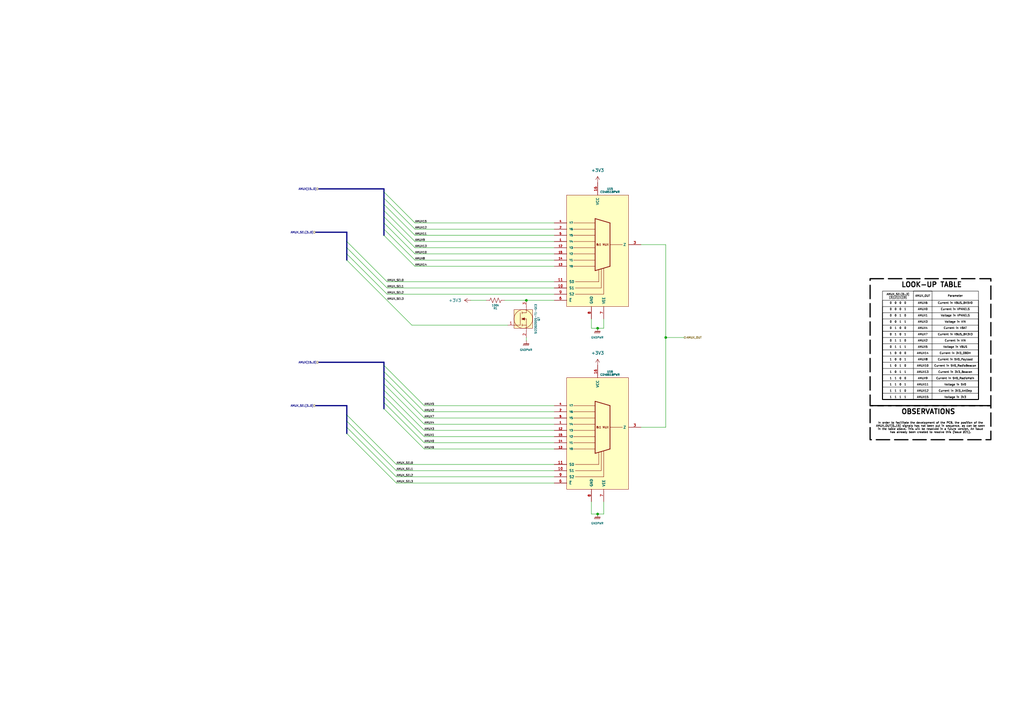
<source format=kicad_sch>
(kicad_sch (version 20231120) (generator "eeschema") (generator_version "8.0")
  (paper "A3")
  (title_block (title "Reliability Enhanced Electrical Power System") (date "2023-08-03") (rev "v0.0") (comment 1 "Davi Figueiredo <figueiredo.davi7@gmail.com> ") (comment 2 "João C. E. Barcellos <joaoclaudiobarcellos@gmail.com>") (comment 3 "Laura Debastiani <laudebastiani@gmail.com>"))
  (lib_symbols
    (symbol "CD4051BPWR:CD4051BPWR" (pin_names (offset 1.016))
      (property "Reference" "U" (at 5.08 25.4 0))
      (property "Value" "CD4051BPWR" (at 5.08 24.13 0))
      (symbol "CD4051BPWR_0_1"
        (polyline (pts (xy -9.906 -6.35) (xy -1.016 -6.35)))
        (polyline (pts (xy -9.906 -3.81) (xy -1.016 -3.81)))
        (polyline (pts (xy -9.906 -1.27) (xy -1.016 -1.27)))
        (polyline (pts (xy -9.906 1.27) (xy -1.016 1.27)))
        (polyline (pts (xy -9.906 3.81) (xy -1.016 3.81)))
        (polyline (pts (xy -9.906 6.35) (xy -1.016 6.35)))
        (polyline (pts (xy -9.906 8.89) (xy -1.016 8.89)))
        (polyline (pts (xy -9.906 11.43) (xy -1.016 11.43)))
        (polyline (pts (xy -9.144 -17.78) (xy 2.54 -17.78) (xy 2.54 -7.112)))
      )
      (symbol "CD4051BPWR_1_0"
        (rectangle (start -12.7 22.86) (end 12.7 -22.86) (fill (type background)))
        (pin bidirectional line (at -17.78 3.81 0) (length 5.08) (name "Y4") (number "1"))
        (pin bidirectional line (at -17.78 -15.24 0) (length 5.08) (name "S1") (number "10"))
        (pin bidirectional line (at -17.78 -12.7 0) (length 5.08) (name "S0") (number "11"))
        (pin bidirectional line (at -17.78 1.27 0) (length 5.08) (name "Y3") (number "12"))
        (pin bidirectional line (at -17.78 -6.35 0) (length 5.08) (name "Y0") (number "13"))
        (pin bidirectional line (at -17.78 -3.81 0) (length 5.08) (name "Y1") (number "14"))
        (pin bidirectional line (at -17.78 -1.27 0) (length 5.08) (name "Y2") (number "15"))
        (pin power_in line (at 0 27.94 270) (length 5.08) (name "VCC") (number "16"))
        (pin bidirectional line (at -17.78 8.89 0) (length 5.08) (name "Y6") (number "2"))
        (pin bidirectional line (at 17.78 2.54 180) (length 5.08) (name "Z") (number "3"))
        (pin bidirectional line (at -17.78 11.43 0) (length 5.08) (name "Y7") (number "4"))
        (pin bidirectional line (at -17.78 6.35 0) (length 5.08) (name "Y5") (number "5"))
        (pin bidirectional line (at -17.78 -20.32 0) (length 5.08) (name "~{E}") (number "6"))
        (pin power_in line (at 2.54 -27.94 90) (length 5.08) (name "VEE") (number "7"))
        (pin power_in line (at -2.54 -27.94 90) (length 5.08) (name "GND") (number "8"))
        (pin bidirectional line (at -17.78 -17.78 0) (length 5.08) (name "S2") (number "9"))
      )
      (symbol "CD4051BPWR_1_1"
        (polyline (pts (xy -1.016 13.208) (xy -1.016 -8.128)) (stroke (width 0.3)))
        (polyline (pts (xy 5.08 -6.35) (xy -1.016 -8.128)) (stroke (width 0.3)))
        (polyline (pts (xy 5.08 -6.35) (xy 5.08 11.43)) (stroke (width 0.3)))
        (polyline (pts (xy 5.08 11.43) (xy -1.016 13.208)) (stroke (width 0.3)))
        (polyline (pts (xy 10.16 2.54) (xy 5.08 2.54)))
        (polyline (pts (xy -9.144 -15.24) (xy 1.524 -15.24) (xy 1.524 -7.366)))
        (polyline (pts (xy -9.144 -12.7) (xy 0.508 -12.7) (xy 0.508 -7.62)))
        (text "8:1 MUX" (at 2.032 2.54 0) (effects (font (size 0.8 0.8))))
      )
    )
    (symbol "CRCW0603100KFKEAHP:CRCW0603100KFKEAHP" (pin_numbers hide) (pin_names hide)
      (property "Reference" "R?" (at 0 3.302 0))
      (property "Value" "100k" (at 0 2.032 0))
      (symbol "CRCW0603100KFKEAHP_0_1"
        (polyline (pts (xy -2.286 0) (xy -2.54 0)))
        (polyline (pts (xy 2.286 0) (xy 2.54 0)))
        (polyline (pts (xy -2.286 0) (xy -1.905 1.016) (xy -1.524 0) (xy -1.143 -1.016) (xy -0.762 0)))
        (polyline (pts (xy -0.762 0) (xy -0.381 1.016) (xy 0 0) (xy 0.381 -1.016) (xy 0.762 0)))
        (polyline (pts (xy 0.762 0) (xy 1.143 1.016) (xy 1.524 0) (xy 1.905 -1.016) (xy 2.286 0)))
      )
      (symbol "CRCW0603100KFKEAHP_1_0"
        (pin passive line (at -3.81 0 0) (length 1.27) (name "") (number "1"))
        (pin passive line (at 3.81 0 180) (length 1.27) (name "") (number "2"))
      )
    )
    (symbol "SI2302DDS-T1-GE3:SI2302DDS-T1-GE3" (pin_names hide)
      (property "Reference" "Q" (at 12.7 2.54 90))
      (property "Value" "SI2302DDS-T1-GE3" (at 11.43 2.54 90))
      (symbol "SI2302DDS-T1-GE3_1_1"
        (polyline (pts (xy 2.54 0) (xy 5.08 0)))
        (polyline (pts (xy 5.08 5.08) (xy 5.08 0)))
        (polyline (pts (xy 5.842 -0.508) (xy 5.842 0.508)))
        (polyline (pts (xy 5.842 0) (xy 7.62 0)))
        (polyline (pts (xy 5.842 2.032) (xy 5.842 3.048)))
        (polyline (pts (xy 5.842 5.588) (xy 5.842 4.572)))
        (polyline (pts (xy 7.62 2.54) (xy 5.842 2.54)))
        (polyline (pts (xy 7.62 2.54) (xy 7.62 -2.54)))
        (polyline (pts (xy 7.62 5.08) (xy 5.842 5.08)))
        (polyline (pts (xy 7.62 5.08) (xy 7.62 7.62)))
        (polyline (pts (xy 5.842 2.54) (xy 6.858 3.048) (xy 6.858 2.032) (xy 5.842 2.54)) (fill (type outline)))
        (rectangle (start 2.54 6.35) (end 10.16 -1.27) (fill (type background)))
        (circle (center 6.35 2.54) (radius 3.81))
        (pin passive line (at 0 0 0) (length 2.54) (name "G") (number "1"))
        (pin passive line (at 7.62 -5.08 90) (length 2.54) (name "S") (number "2"))
        (pin passive line (at 7.62 10.16 270) (length 2.54) (name "D") (number "3"))
      )
    )
    (symbol "power:+3V3" (power) (pin_numbers hide) (pin_names (offset 0) hide)
      (property "Value" "+3V3" (at 0 3.556 0))
      (symbol "+3V3_0_1"
        (polyline (pts (xy -0.762 1.27) (xy 0 2.54)))
        (polyline (pts (xy 0 0) (xy 0 2.54)))
        (polyline (pts (xy 0 2.54) (xy 0.762 1.27)))
      )
      (symbol "+3V3_1_1"
        (pin power_in line (at 0 0 90) (length 0) (name "~") (number "1"))
      )
    )
    (symbol "power:GNDPWR" (power) (pin_numbers hide) (pin_names (offset 0) hide)
      (property "Value" "GNDPWR" (at 0 -3.302 0))
      (symbol "GNDPWR_0_1"
        (polyline (pts (xy 0 -1.27) (xy 0 0)))
        (polyline (pts (xy -1.016 -1.27) (xy -1.27 -2.032) (xy -1.27 -2.032)) (stroke (width 0.2032)))
        (polyline (pts (xy -0.508 -1.27) (xy -0.762 -2.032) (xy -0.762 -2.032)) (stroke (width 0.2032)))
        (polyline (pts (xy 0 -1.27) (xy -0.254 -2.032) (xy -0.254 -2.032)) (stroke (width 0.2032)))
        (polyline (pts (xy 0.508 -1.27) (xy 0.254 -2.032) (xy 0.254 -2.032)) (stroke (width 0.2032)))
        (polyline (pts (xy 1.016 -1.27) (xy -1.016 -1.27) (xy -1.016 -1.27)) (stroke (width 0.2032)))
        (polyline (pts (xy 1.016 -1.27) (xy 0.762 -2.032) (xy 0.762 -2.032) (xy 0.762 -2.032)) (stroke (width 0.2032)))
      )
      (symbol "GNDPWR_1_1"
        (pin power_in line (at 0 0 270) (length 0) (name "~") (number "1"))
      )
    )
  )
  (junction (at 215.9 123.19))
  (junction (at 245.11 210.82))
  (junction (at 273.05 138.43))
  (junction (at 245.11 134.62))
  (bus_entry (at 142.24 104.14) (size 2.54 2.54))
  (bus_entry (at 157.48 93.98) (size 2.54 2.54))
  (bus_entry (at 142.24 101.6) (size 2.54 2.54))
  (bus_entry (at 157.48 157.48) (size 2.54 2.54))
  (bus_entry (at 157.48 96.52) (size 2.54 2.54))
  (bus_entry (at 142.24 175.26) (size 2.54 2.54))
  (bus_entry (at 157.48 162.56) (size 2.54 2.54))
  (bus_entry (at 157.48 165.1) (size 2.54 2.54))
  (bus_entry (at 142.24 106.68) (size 2.54 2.54))
  (bus_entry (at 142.24 172.72) (size 2.54 2.54))
  (bus_entry (at 142.24 99.06) (size 2.54 2.54))
  (bus_entry (at 157.48 78.74) (size 2.54 2.54))
  (bus_entry (at 157.48 154.94) (size 2.54 2.54))
  (bus_entry (at 157.48 91.44) (size 2.54 2.54))
  (bus_entry (at 157.48 88.9) (size 2.54 2.54))
  (bus_entry (at 157.48 152.4) (size 2.54 2.54))
  (bus_entry (at 142.24 177.8) (size 2.54 2.54))
  (bus_entry (at 157.48 149.86) (size 2.54 2.54))
  (bus_entry (at 157.48 167.64) (size 2.54 2.54))
  (bus_entry (at 157.48 83.82) (size 2.54 2.54))
  (bus_entry (at 157.48 86.36) (size 2.54 2.54))
  (bus_entry (at 142.24 170.18) (size 2.54 2.54))
  (bus_entry (at 157.48 81.28) (size 2.54 2.54))
  (bus_entry (at 157.48 160.02) (size 2.54 2.54))
  (wire (pts (xy 227.33 115.57) (xy 158.75 115.57)))
  (wire (pts (xy 170.18 104.14) (xy 160.02 93.98)))
  (bus (pts (xy 142.24 104.14) (xy 142.24 106.68)) (stroke (width 0.5)))
  (wire (pts (xy 273.05 175.26) (xy 273.05 138.43)))
  (bus (pts (xy 142.24 170.18) (xy 142.24 172.72)) (stroke (width 0.5)))
  (bus (pts (xy 129.54 166.37) (xy 142.24 166.37)) (stroke (width 0.5)))
  (bus (pts (xy 157.48 162.56) (xy 157.48 165.1)) (stroke (width 0.5)))
  (bus (pts (xy 129.54 95.25) (xy 142.24 95.25)) (stroke (width 0.5)))
  (wire (pts (xy 227.33 179.07) (xy 173.99 179.07)))
  (bus (pts (xy 142.24 101.6) (xy 142.24 104.14)) (stroke (width 0.5)))
  (bus (pts (xy 157.48 154.94) (xy 157.48 157.48)) (stroke (width 0.5)))
  (wire (pts (xy 173.99 166.37) (xy 160.02 152.4)))
  (wire (pts (xy 173.99 184.15) (xy 160.02 170.18)))
  (wire (pts (xy 245.11 134.62) (xy 247.65 134.62)))
  (wire (pts (xy 242.57 134.62) (xy 245.11 134.62)))
  (wire (pts (xy 227.33 104.14) (xy 170.18 104.14)))
  (bus (pts (xy 157.48 96.52) (xy 157.48 93.98)) (stroke (width 0.5)))
  (wire (pts (xy 173.99 179.07) (xy 160.02 165.1)))
  (bus (pts (xy 157.48 81.28) (xy 157.48 78.74)) (stroke (width 0.5)))
  (bus (pts (xy 142.24 99.06) (xy 142.24 101.6)) (stroke (width 0.5)))
  (wire (pts (xy 158.75 120.65) (xy 144.78 106.68)))
  (wire (pts (xy 158.75 118.11) (xy 144.78 104.14)))
  (wire (pts (xy 227.33 171.45) (xy 173.99 171.45)))
  (wire (pts (xy 170.18 109.22) (xy 160.02 99.06)))
  (wire (pts (xy 227.33 120.65) (xy 158.75 120.65)))
  (wire (pts (xy 227.33 184.15) (xy 173.99 184.15)))
  (wire (pts (xy 242.57 130.81) (xy 242.57 134.62)))
  (bus (pts (xy 157.48 149.86) (xy 157.48 152.4)) (stroke (width 0.5)))
  (bus (pts (xy 142.24 172.72) (xy 142.24 175.26)) (stroke (width 0.5)))
  (wire (pts (xy 273.05 138.43) (xy 280.67 138.43)))
  (bus (pts (xy 157.48 148.59) (xy 157.48 149.86)) (stroke (width 0.5)))
  (wire (pts (xy 245.11 210.82) (xy 247.65 210.82)))
  (wire (pts (xy 168.91 133.35) (xy 144.78 109.22)))
  (wire (pts (xy 173.99 176.53) (xy 160.02 162.56)))
  (bus (pts (xy 142.24 166.37) (xy 142.24 170.18)) (stroke (width 0.5)))
  (wire (pts (xy 227.33 93.98) (xy 170.18 93.98)))
  (wire (pts (xy 170.18 106.68) (xy 160.02 96.52)))
  (wire (pts (xy 173.99 181.61) (xy 160.02 167.64)))
  (bus (pts (xy 142.24 175.26) (xy 142.24 177.8)) (stroke (width 0.5)))
  (wire (pts (xy 273.05 100.33) (xy 262.89 100.33)))
  (wire (pts (xy 215.9 123.19) (xy 227.33 123.19)))
  (bus (pts (xy 157.48 165.1) (xy 157.48 167.64)) (stroke (width 0.5)))
  (wire (pts (xy 208.28 133.35) (xy 168.91 133.35)))
  (wire (pts (xy 173.99 171.45) (xy 160.02 157.48)))
  (wire (pts (xy 242.57 205.74) (xy 242.57 210.82)))
  (bus (pts (xy 157.48 78.74) (xy 157.48 77.47)) (stroke (width 0.5)))
  (wire (pts (xy 247.65 205.74) (xy 247.65 210.82)))
  (bus (pts (xy 130.81 148.59) (xy 157.48 148.59)) (stroke (width 0.5)))
  (bus (pts (xy 142.24 95.25) (xy 142.24 99.06)) (stroke (width 0.5)))
  (bus (pts (xy 157.48 160.02) (xy 157.48 162.56)) (stroke (width 0.5)))
  (wire (pts (xy 227.33 99.06) (xy 170.18 99.06)))
  (wire (pts (xy 227.33 198.12) (xy 162.56 198.12)))
  (wire (pts (xy 227.33 181.61) (xy 173.99 181.61)))
  (wire (pts (xy 227.33 190.5) (xy 162.56 190.5)))
  (wire (pts (xy 227.33 166.37) (xy 173.99 166.37)))
  (wire (pts (xy 162.56 195.58) (xy 144.78 177.8)))
  (wire (pts (xy 242.57 210.82) (xy 245.11 210.82)))
  (wire (pts (xy 173.99 168.91) (xy 160.02 154.94)))
  (bus (pts (xy 157.48 157.48) (xy 157.48 160.02)) (stroke (width 0.5)))
  (wire (pts (xy 207.01 123.19) (xy 215.9 123.19)))
  (wire (pts (xy 158.75 115.57) (xy 144.78 101.6)))
  (wire (pts (xy 227.33 106.68) (xy 170.18 106.68)))
  (wire (pts (xy 273.05 175.26) (xy 262.89 175.26)))
  (wire (pts (xy 162.56 198.12) (xy 144.78 180.34)))
  (wire (pts (xy 227.33 101.6) (xy 170.18 101.6)))
  (wire (pts (xy 170.18 91.44) (xy 160.02 81.28)))
  (wire (pts (xy 227.33 109.22) (xy 170.18 109.22)))
  (wire (pts (xy 227.33 193.04) (xy 162.56 193.04)))
  (wire (pts (xy 273.05 100.33) (xy 273.05 138.43)))
  (bus (pts (xy 157.48 86.36) (xy 157.48 83.82)) (stroke (width 0.5)))
  (wire (pts (xy 227.33 91.44) (xy 170.18 91.44)))
  (wire (pts (xy 170.18 101.6) (xy 160.02 91.44)))
  (bus (pts (xy 157.48 93.98) (xy 157.48 91.44)) (stroke (width 0.5)))
  (wire (pts (xy 227.33 176.53) (xy 173.99 176.53)))
  (wire (pts (xy 227.33 168.91) (xy 173.99 168.91)))
  (wire (pts (xy 227.33 96.52) (xy 170.18 96.52)))
  (wire (pts (xy 162.56 190.5) (xy 144.78 172.72)))
  (bus (pts (xy 157.48 152.4) (xy 157.48 154.94)) (stroke (width 0.5)))
  (wire (pts (xy 227.33 195.58) (xy 162.56 195.58)))
  (wire (pts (xy 162.56 193.04) (xy 144.78 175.26)))
  (wire (pts (xy 193.04 123.19) (xy 199.39 123.19)))
  (wire (pts (xy 247.65 130.81) (xy 247.65 134.62)))
  (bus (pts (xy 157.48 91.44) (xy 157.48 88.9)) (stroke (width 0.5)))
  (bus (pts (xy 130.81 77.47) (xy 157.48 77.47)) (stroke (width 0.5)))
  (wire (pts (xy 215.9 138.43) (xy 215.9 139.7)))
  (wire (pts (xy 173.99 173.99) (xy 160.02 160.02)))
  (wire (pts (xy 170.18 96.52) (xy 160.02 86.36)))
  (wire (pts (xy 170.18 99.06) (xy 160.02 88.9)))
  (bus (pts (xy 157.48 88.9) (xy 157.48 86.36)) (stroke (width 0.5)))
  (bus (pts (xy 157.48 83.82) (xy 157.48 81.28)) (stroke (width 0.5)))
  (wire (pts (xy 227.33 118.11) (xy 158.75 118.11)))
  (wire (pts (xy 170.18 93.98) (xy 160.02 83.82)))
  (wire (pts (xy 227.33 173.99) (xy 173.99 173.99)))
  (rectangle (start 361.95 135.89) (end 401.32 161.29) (stroke (width 0) (color 0 0 0 1)))
  (rectangle (start 361.95 151.13) (end 401.32 163.83) (stroke (width 0) (color 0 0 0 1)))
  (rectangle (start 356.87 166.37) (end 406.4 180.34) (stroke (width 0.5) (type dash) (color 0 0 0 1)))
  (rectangle (start 356.87 114.3) (end 406.4 166.37) (stroke (width 0.5) (type dash) (color 0 0 0 1)))
  (rectangle (start 361.95 153.67) (end 401.32 163.83) (stroke (width 0) (color 0 0 0 1)))
  (rectangle (start 361.95 156.21) (end 401.32 163.83) (stroke (width 0) (color 0 0 0 1)))
  (rectangle (start 361.95 135.89) (end 401.32 163.83) (stroke (width 0) (color 0 0 0 1)))
  (rectangle (start 361.95 119.38) (end 401.32 163.83) (stroke (width 0) (color 0 0 0 1)))
  (rectangle (start 361.95 133.35) (end 401.32 158.75) (stroke (width 0) (color 0 0 0 1)))
  (rectangle (start 361.95 123.19) (end 401.32 163.83) (stroke (width 0) (color 0 0 0 1)))
  (rectangle (start 361.95 138.43) (end 401.32 163.83) (stroke (width 0) (color 0 0 0 1)))
  (rectangle (start 361.95 130.81) (end 401.32 163.83) (stroke (width 0) (color 0 0 0 1)))
  (rectangle (start 361.95 125.73) (end 401.32 163.83) (stroke (width 0) (color 0 0 0 1)))
  (rectangle (start 361.95 140.97) (end 401.32 163.83) (stroke (width 0) (color 0 0 0 1)))
  (rectangle (start 361.95 148.59) (end 401.32 163.83) (stroke (width 0) (color 0 0 0 1)))
  (rectangle (start 374.65 119.38) (end 382.27 163.83) (stroke (width 0) (color 0 0 0 1)))
  (rectangle (start 361.95 143.51) (end 401.32 163.83) (stroke (width 0) (color 0 0 0 1)))
  (rectangle (start 361.95 146.05) (end 401.32 163.83) (stroke (width 0) (color 0 0 0 1)))
  (rectangle (start 361.95 128.27) (end 401.32 163.83) (stroke (width 0) (color 0 0 0 1)))
  (text_box "AMUX_SEL[0..3]\n[3][2][1][0]" (at 361.95 119.38 0) (size 12.7 3.81) (stroke (width -0.0001)) (effects (font (size 0.8 0.8))))
  (text_box "AMUX6\n\nAMUX0\n\nAMUX1\n\nAMUX3\n\nAMUX4\n\nAMUX7\n\nAMUX2\n\nAMUX5\n\nAMUX14\n\nAMUX8\n\nAMUX10\n\nAMUX13\n\nAMUX9\n\nAMUX11\n\nAMUX12\n\nAMUX15" (at 374.65 123.19 0) (size 7.62 40.64) (stroke (width -0.0001)) (effects (font (size 0.8 0.8))))
  (text_box "AMUX_OUT" (at 374.65 119.38 0) (size 7.62 3.81) (stroke (width -0.0001)) (effects (font (size 0.8 0.8))))
  (text_box "Parameter" (at 382.27 119.38 0) (size 19.05 3.81) (stroke (width -0.0001)) (effects (font (size 0.8 0.8))))
  (text_box "In order to facilitate the development of the PCB, the position of the AMUX_OUT[0..15] signals has not been put in sequence, as can be seen in the table above. This will be resolved in a future version. An issue has already been created to resolve this (issue #21)." (at 358.14 170.18 0) (size 46.99 10.16) (stroke (width -0.0001)) (effects (font (size 0.8 0.8))))
  (text_box "Current in VBUS_BK5V0\n\nCurrent in VPANELS\n\nVoltage in VPANELS\n\nVoltage in VIN\n\nCurrent in VBAT\n\nCurrent in VBUS_BK3V3\n\nCurrent in VIN\n\nVoltage in VBUS\n\nCurrent in 3V3_OBDH\n\nCurrent in 5V0_Payload\n\nCurrent in 5V0_RadioBeacon\n\nCurrent in 3V3_Beacon\n\nCurrent in 5V0_RadioMain\n\nVoltage in 5V0\n\nCurrent in 3V3_AntDep\n\nVoltage in 3V3" (at 382.27 123.19 0) (size 19.05 40.64) (stroke (width -0.0001)) (effects (font (size 0.8 0.8))))
  (text_box "0  0  0  0\n\n0  0  0  1\n\n0  0  1  0\n\n0  0  1  1\n\n0  1  0  0\n\n0  1  0  1\n\n0  1  1  0\n\n0  1  1  1\n\n1  0  0  0\n\n1  0  0  1\n\n1  0  1  0\n\n1  0  1  1\n\n1  1  0  0\n\n1  1  0  1\n\n1  1  1  0\n\n1  1  1  1" (at 361.95 123.19 0) (size 12.7 40.64) (stroke (width -0.0001)) (effects (font (size 0.8 0.8))))
  (text "LOOK-UP TABLE" (at 369.57 118.11 0) (effects (font (size 2 2) (thickness 0.4) (bold yes)) (justify left bottom)))
  (text "OBSERVATIONS" (at 369.57 170.18 0) (effects (font (size 2 2) (thickness 0.4) (bold yes)) (justify left bottom)))
  (label "AMUX5" (at 173.99 166.37 0) (effects (font (size 0.8 0.8))))
  (label "AMUX1" (at 173.99 179.07 0) (effects (font (size 0.8 0.8))))
  (label "AMUX10" (at 170.18 104.14 0) (effects (font (size 0.8 0.8))))
  (label "AMUX6" (at 173.99 184.15 0) (effects (font (size 0.8 0.8))))
  (label "AMUX_SEL0" (at 158.75 115.57 0) (effects (font (size 0.8 0.8))))
  (label "AMUX2" (at 173.99 168.91 0) (effects (font (size 0.8 0.8))))
  (label "AMUX_SEL2" (at 158.75 120.65 0) (effects (font (size 0.8 0.8))))
  (label "AMUX12" (at 170.18 93.98 0) (effects (font (size 0.8 0.8))))
  (label "AMUX11" (at 170.18 96.52 0) (effects (font (size 0.8 0.8))))
  (label "AMUX13" (at 170.18 101.6 0) (effects (font (size 0.8 0.8))))
  (label "AMUX_SEL3" (at 162.56 198.12 0) (effects (font (size 0.8 0.8))))
  (label "AMUX4" (at 173.99 173.99 0) (effects (font (size 0.8 0.8))))
  (label "AMUX15" (at 170.18 91.44 0) (effects (font (size 0.8 0.8))))
  (label "AMUX0" (at 173.99 181.61 0) (effects (font (size 0.8 0.8))))
  (label "AMUX_SEL1" (at 158.75 118.11 0) (effects (font (size 0.8 0.8))))
  (label "AMUX_SEL2" (at 162.56 195.58 0) (effects (font (size 0.8 0.8))))
  (label "AMUX_SEL3" (at 158.75 123.19 0) (effects (font (size 0.8 0.8))))
  (label "AMUX8" (at 170.18 106.68 0) (effects (font (size 0.8 0.8))))
  (label "AMUX_SEL0" (at 162.56 190.5 0) (effects (font (size 0.8 0.8))))
  (label "AMUX9" (at 170.18 99.06 0) (effects (font (size 0.8 0.8))))
  (label "AMUX3" (at 173.99 176.53 0) (effects (font (size 0.8 0.8))))
  (label "AMUX14" (at 170.18 109.22 0) (effects (font (size 0.8 0.8))))
  (label "AMUX_SEL1" (at 162.56 193.04 0) (effects (font (size 0.8 0.8))))
  (label "AMUX7" (at 173.99 171.45 0) (effects (font (size 0.8 0.8))))
  (hierarchical_label "AMUX_OUT" (shape output) (at 280.67 138.43 0) (effects (font (size 0.8 0.8))))
  (hierarchical_label "AMUX[15..0]" (shape input) (at 130.81 77.47 180) (effects (font (size 0.8 0.8))))
  (hierarchical_label "AMUX_SEL[3..0]" (shape input) (at 129.54 166.37 180) (effects (font (size 0.8 0.8))))
  (hierarchical_label "AMUX[15..0]" (shape input) (at 130.81 148.59 180) (effects (font (size 0.8 0.8))))
  (hierarchical_label "AMUX_SEL[3..0]" (shape input) (at 129.54 95.25 180) (effects (font (size 0.8 0.8))))
  (symbol (lib_id "power:+3V3") (at 245.11 74.93 0) (unit 1)
    (property "Reference" "#PWR063" (effects (hide yes)))
    (property "Value" "+3V3" (at 245.11 69.85 0))
    (property "Description" "Power symbol creates a global label with name \"+3V3\"" (effects (hide yes)))
  )
  (symbol (lib_id "SI2302DDS-T1-GE3:SI2302DDS-T1-GE3") (at 208.28 133.35 0) (unit 1)
    (property "Reference" "Q7" (at 220.98 130.81 90) (effects (font (size 0.8 0.8))))
    (property "Value" "SI2302DDS-T1-GE3" (at 219.71 130.81 90) (effects (font (size 0.8 0.8))))
    (property "Footprint" "footprints:SI2302DDS-T1-GE3" (effects (hide yes)))
    (property "Datasheet" "http://www.vishay.com/docs/63653/si2302dds.pdf" (effects (hide yes)))
    (property "Manufacturer" "Vishay" (effects (hide yes)))
    (property "MPN" "SI2302DDS-T1-GE3" (effects (hide yes)))
    (property "Package" "SOT-23-3 " (effects (hide yes)))
  )
  (symbol (lib_id "CRCW0603100KFKEAHP:CRCW0603100KFKEAHP") (at 203.2 123.19 180) (unit 1)
    (property "Reference" "R1" (at 203.2 126.492 0) (effects (font (size 0.8 0.8))))
    (property "Value" "100k" (at 203.2 125.222 0) (effects (font (size 0.8 0.8))))
    (property "Footprint" "footprints:RES0603" (effects (hide yes)))
    (property "Datasheet" "https://www.vishay.com/docs/20043/crcwhpe3.pdf" (effects (hide yes)))
    (property "Description" "Resistor, 0.33W, 100k, 1%" (effects (hide yes)))
    (property "Package" "SMD 0603" (effects (hide yes)))
    (property "Manufacturer" "Vishay" (effects (hide yes)))
    (property "MPN" "CRCW0603100KFKEAHP" (effects (hide yes)))
    (instances (project "Multiplex" (path "" (reference "R1") (unit 1))) (project "eps-re_project" (path "" (reference "R83") (unit 1))) (project "Multiplex" (path "" (reference "R1") (unit 1))))
  )
  (symbol (lib_id "power:GNDPWR") (at 215.9 139.7 0) (unit 1)
    (property "Reference" "#PWR08" (effects (hide yes)))
    (property "Value" "GNDPWR" (at 215.773 143.51 0) (effects (font (size 0.8 0.8))))
    (property "Description" "Power symbol creates a global label with name \"GNDPWR\" , global ground" (effects (hide yes)))
  )
  (symbol (lib_id "CD4051BPWR:CD4051BPWR") (at 245.11 177.8 0) (unit 1)
    (property "Reference" "U16" (at 250.19 152.4 0) (effects (font (size 0.8 0.8))))
    (property "Value" "CD4051BPWR" (at 250.19 153.67 0) (effects (font (size 0.8 0.8))))
    (property "Footprint" "footprints:CD4051BPWR" (effects (hide yes)))
    (property "Datasheet" "https://www.ti.com/lit/ds/symlink/cd4051b.pdf?ts=1685905129974&ref_url=https%253A%252F%252Fwww.ti.com%252Fproduct%252FCD4051B" (effects (hide yes)))
    (property "MPN" "CD4051BPWR" (effects (hide yes)))
    (property "Manufacturer" "TI" (effects (hide yes)))
    (property "Package" "TSSOP-16" (effects (hide yes)))
  )
  (symbol (lib_id "power:+3V3") (at 245.11 149.86 0) (unit 1)
    (property "Reference" "#PWR051" (effects (hide yes)))
    (property "Value" "+3V3" (at 245.11 144.78 0))
    (property "Description" "Power symbol creates a global label with name \"+3V3\"" (effects (hide yes)))
  )
  (symbol (lib_id "power:GNDPWR") (at 245.11 134.62 0) (unit 1)
    (property "Reference" "#PWR029" (effects (hide yes)))
    (property "Value" "GNDPWR" (at 244.983 138.43 0) (effects (font (size 0.8 0.8))))
    (property "Description" "Power symbol creates a global label with name \"GNDPWR\" , global ground" (effects (hide yes)))
  )
  (symbol (lib_id "power:+3V3") (at 193.04 123.19 90) (unit 1)
    (property "Reference" "#PWR073" (effects (hide yes)))
    (property "Value" "+3V3" (at 189.23 123.1899 90) (effects (justify left)))
    (property "Description" "Power symbol creates a global label with name \"+3V3\"" (effects (hide yes)))
  )
  (symbol (lib_id "CD4051BPWR:CD4051BPWR") (at 245.11 102.87 0) (unit 1)
    (property "Reference" "U15" (at 250.19 77.47 0) (effects (font (size 0.8 0.8))))
    (property "Value" "CD4051BPWR" (at 250.19 78.74 0) (effects (font (size 0.8 0.8))))
    (property "Footprint" "footprints:CD4051BPWR" (effects (hide yes)))
    (property "Datasheet" "https://www.ti.com/lit/ds/symlink/cd4051b.pdf?ts=1685905129974&ref_url=https%253A%252F%252Fwww.ti.com%252Fproduct%252FCD4051B" (effects (hide yes)))
    (property "MPN" "CD4051BPWR" (effects (hide yes)))
    (property "Manufacturer" "TI" (effects (hide yes)))
    (property "Package" "TSSOP-16" (effects (hide yes)))
  )
  (symbol (lib_id "power:GNDPWR") (at 245.11 210.82 0) (unit 1)
    (property "Reference" "#PWR030" (effects (hide yes)))
    (property "Value" "GNDPWR" (at 244.983 214.63 0) (effects (font (size 0.8 0.8))))
    (property "Description" "Power symbol creates a global label with name \"GNDPWR\" , global ground" (effects (hide yes)))
  )
)
</source>
